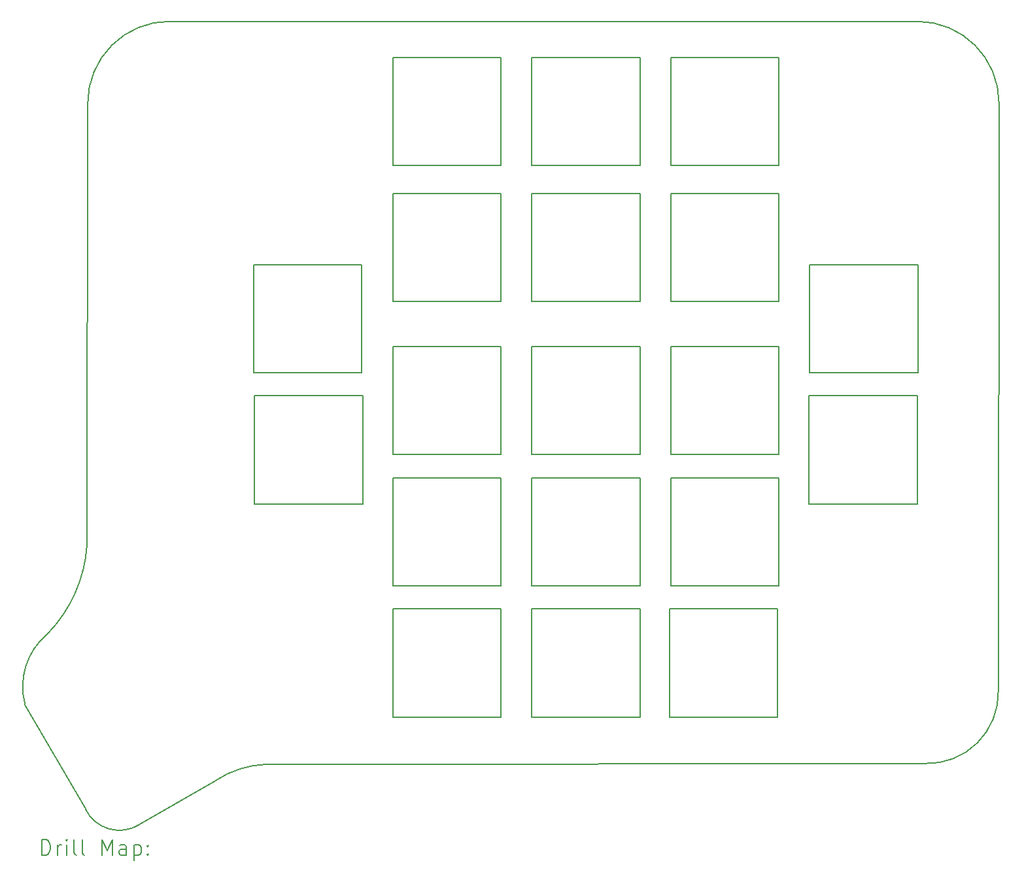
<source format=gbr>
%FSLAX45Y45*%
G04 Gerber Fmt 4.5, Leading zero omitted, Abs format (unit mm)*
G04 Created by KiCad (PCBNEW (6.0.5)) date 2022-06-01 14:27:18*
%MOMM*%
%LPD*%
G01*
G04 APERTURE LIST*
%TA.AperFunction,Profile*%
%ADD10C,0.200000*%
%TD*%
%ADD11C,0.200000*%
G04 APERTURE END LIST*
D10*
X14559767Y-10750000D02*
X14569533Y-5029533D01*
X14539769Y-14169999D02*
G75*
G03*
X15236050Y-14372546I439471J212689D01*
G01*
X26359767Y-12640000D02*
X26369066Y-5029533D01*
X14049767Y-11900000D02*
G75*
G03*
X14559767Y-10750000I-1307236J1267817D01*
G01*
X16879767Y-13590000D02*
X25409767Y-13580000D01*
X15629533Y-3969533D02*
X25309066Y-3969533D01*
X15236050Y-14372546D02*
X16224026Y-13801649D01*
X16879767Y-13590001D02*
G75*
G03*
X16224026Y-13801649I55013J-1292099D01*
G01*
X14539767Y-14170000D02*
X13759300Y-12819533D01*
X26369067Y-5029533D02*
G75*
G03*
X25309066Y-3969533I-1060007J-7D01*
G01*
X15629533Y-3969533D02*
G75*
G03*
X14569533Y-5029533I0J-1060000D01*
G01*
X25409767Y-13580000D02*
G75*
G03*
X26359767Y-12640000I30217J919515D01*
G01*
X14049767Y-11900001D02*
G75*
G03*
X13759300Y-12819533I566393J-684559D01*
G01*
X19919300Y-9579533D02*
X18519300Y-9579533D01*
X18519300Y-9579533D02*
X18519300Y-8179533D01*
X18519300Y-8179533D02*
X19919300Y-8179533D01*
X19919300Y-8179533D02*
X19919300Y-9579533D01*
X21719300Y-12979533D02*
X20319300Y-12979533D01*
X20319300Y-12979533D02*
X20319300Y-11579533D01*
X20319300Y-11579533D02*
X21719300Y-11579533D01*
X21719300Y-11579533D02*
X21719300Y-12979533D01*
X18129300Y-10219533D02*
X16729300Y-10219533D01*
X16729300Y-10219533D02*
X16729300Y-8819533D01*
X16729300Y-8819533D02*
X18129300Y-8819533D01*
X18129300Y-8819533D02*
X18129300Y-10219533D01*
X21719300Y-7599533D02*
X20319300Y-7599533D01*
X20319300Y-7599533D02*
X20319300Y-6199533D01*
X20319300Y-6199533D02*
X21719300Y-6199533D01*
X21719300Y-6199533D02*
X21719300Y-7599533D01*
X21719300Y-5839533D02*
X20319300Y-5839533D01*
X20319300Y-5839533D02*
X20319300Y-4439533D01*
X20319300Y-4439533D02*
X21719300Y-4439533D01*
X21719300Y-4439533D02*
X21719300Y-5839533D01*
X23519300Y-9579533D02*
X22119300Y-9579533D01*
X22119300Y-9579533D02*
X22119300Y-8179533D01*
X22119300Y-8179533D02*
X23519300Y-8179533D01*
X23519300Y-8179533D02*
X23519300Y-9579533D01*
X19919300Y-12979533D02*
X18519300Y-12979533D01*
X18519300Y-12979533D02*
X18519300Y-11579533D01*
X18519300Y-11579533D02*
X19919300Y-11579533D01*
X19919300Y-11579533D02*
X19919300Y-12979533D01*
X19919300Y-5839533D02*
X18519300Y-5839533D01*
X18519300Y-5839533D02*
X18519300Y-4439533D01*
X18519300Y-4439533D02*
X19919300Y-4439533D01*
X19919300Y-4439533D02*
X19919300Y-5839533D01*
X25309300Y-10219533D02*
X23909300Y-10219533D01*
X23909300Y-10219533D02*
X23909300Y-8819533D01*
X23909300Y-8819533D02*
X25309300Y-8819533D01*
X25309300Y-8819533D02*
X25309300Y-10219533D01*
X25319300Y-8520000D02*
X23919300Y-8520000D01*
X23919300Y-8520000D02*
X23919300Y-7120000D01*
X23919300Y-7120000D02*
X25319300Y-7120000D01*
X25319300Y-7120000D02*
X25319300Y-8520000D01*
X18119300Y-8519533D02*
X16719300Y-8519533D01*
X16719300Y-8519533D02*
X16719300Y-7119533D01*
X16719300Y-7119533D02*
X18119300Y-7119533D01*
X18119300Y-7119533D02*
X18119300Y-8519533D01*
X21719300Y-11279533D02*
X20319300Y-11279533D01*
X20319300Y-11279533D02*
X20319300Y-9879533D01*
X20319300Y-9879533D02*
X21719300Y-9879533D01*
X21719300Y-9879533D02*
X21719300Y-11279533D01*
X19919300Y-11279533D02*
X18519300Y-11279533D01*
X18519300Y-11279533D02*
X18519300Y-9879533D01*
X18519300Y-9879533D02*
X19919300Y-9879533D01*
X19919300Y-9879533D02*
X19919300Y-11279533D01*
X19919300Y-7599533D02*
X18519300Y-7599533D01*
X18519300Y-7599533D02*
X18519300Y-6199533D01*
X18519300Y-6199533D02*
X19919300Y-6199533D01*
X19919300Y-6199533D02*
X19919300Y-7599533D01*
X23519300Y-7599533D02*
X22119300Y-7599533D01*
X22119300Y-7599533D02*
X22119300Y-6199533D01*
X22119300Y-6199533D02*
X23519300Y-6199533D01*
X23519300Y-6199533D02*
X23519300Y-7599533D01*
X21719300Y-9579533D02*
X20319300Y-9579533D01*
X20319300Y-9579533D02*
X20319300Y-8179533D01*
X20319300Y-8179533D02*
X21719300Y-8179533D01*
X21719300Y-8179533D02*
X21719300Y-9579533D01*
X23499300Y-12979533D02*
X22099300Y-12979533D01*
X22099300Y-12979533D02*
X22099300Y-11579533D01*
X22099300Y-11579533D02*
X23499300Y-11579533D01*
X23499300Y-11579533D02*
X23499300Y-12979533D01*
X23519300Y-11279533D02*
X22119300Y-11279533D01*
X22119300Y-11279533D02*
X22119300Y-9879533D01*
X22119300Y-9879533D02*
X23519300Y-9879533D01*
X23519300Y-9879533D02*
X23519300Y-11279533D01*
X23519300Y-5839533D02*
X22119300Y-5839533D01*
X22119300Y-5839533D02*
X22119300Y-4439533D01*
X22119300Y-4439533D02*
X23519300Y-4439533D01*
X23519300Y-4439533D02*
X23519300Y-5839533D01*
D11*
X13975285Y-14766019D02*
X13975285Y-14566019D01*
X14022904Y-14566019D01*
X14051475Y-14575543D01*
X14070523Y-14594591D01*
X14080047Y-14613638D01*
X14089571Y-14651734D01*
X14089571Y-14680305D01*
X14080047Y-14718400D01*
X14070523Y-14737448D01*
X14051475Y-14756496D01*
X14022904Y-14766019D01*
X13975285Y-14766019D01*
X14175285Y-14766019D02*
X14175285Y-14632686D01*
X14175285Y-14670781D02*
X14184809Y-14651734D01*
X14194333Y-14642210D01*
X14213380Y-14632686D01*
X14232428Y-14632686D01*
X14299094Y-14766019D02*
X14299094Y-14632686D01*
X14299094Y-14566019D02*
X14289571Y-14575543D01*
X14299094Y-14585067D01*
X14308618Y-14575543D01*
X14299094Y-14566019D01*
X14299094Y-14585067D01*
X14422904Y-14766019D02*
X14403856Y-14756496D01*
X14394333Y-14737448D01*
X14394333Y-14566019D01*
X14527666Y-14766019D02*
X14508618Y-14756496D01*
X14499094Y-14737448D01*
X14499094Y-14566019D01*
X14756237Y-14766019D02*
X14756237Y-14566019D01*
X14822904Y-14708877D01*
X14889571Y-14566019D01*
X14889571Y-14766019D01*
X15070523Y-14766019D02*
X15070523Y-14661257D01*
X15060999Y-14642210D01*
X15041952Y-14632686D01*
X15003856Y-14632686D01*
X14984809Y-14642210D01*
X15070523Y-14756496D02*
X15051475Y-14766019D01*
X15003856Y-14766019D01*
X14984809Y-14756496D01*
X14975285Y-14737448D01*
X14975285Y-14718400D01*
X14984809Y-14699353D01*
X15003856Y-14689829D01*
X15051475Y-14689829D01*
X15070523Y-14680305D01*
X15165761Y-14632686D02*
X15165761Y-14832686D01*
X15165761Y-14642210D02*
X15184809Y-14632686D01*
X15222904Y-14632686D01*
X15241952Y-14642210D01*
X15251475Y-14651734D01*
X15260999Y-14670781D01*
X15260999Y-14727924D01*
X15251475Y-14746972D01*
X15241952Y-14756496D01*
X15222904Y-14766019D01*
X15184809Y-14766019D01*
X15165761Y-14756496D01*
X15346714Y-14746972D02*
X15356237Y-14756496D01*
X15346714Y-14766019D01*
X15337190Y-14756496D01*
X15346714Y-14746972D01*
X15346714Y-14766019D01*
X15346714Y-14642210D02*
X15356237Y-14651734D01*
X15346714Y-14661257D01*
X15337190Y-14651734D01*
X15346714Y-14642210D01*
X15346714Y-14661257D01*
M02*

</source>
